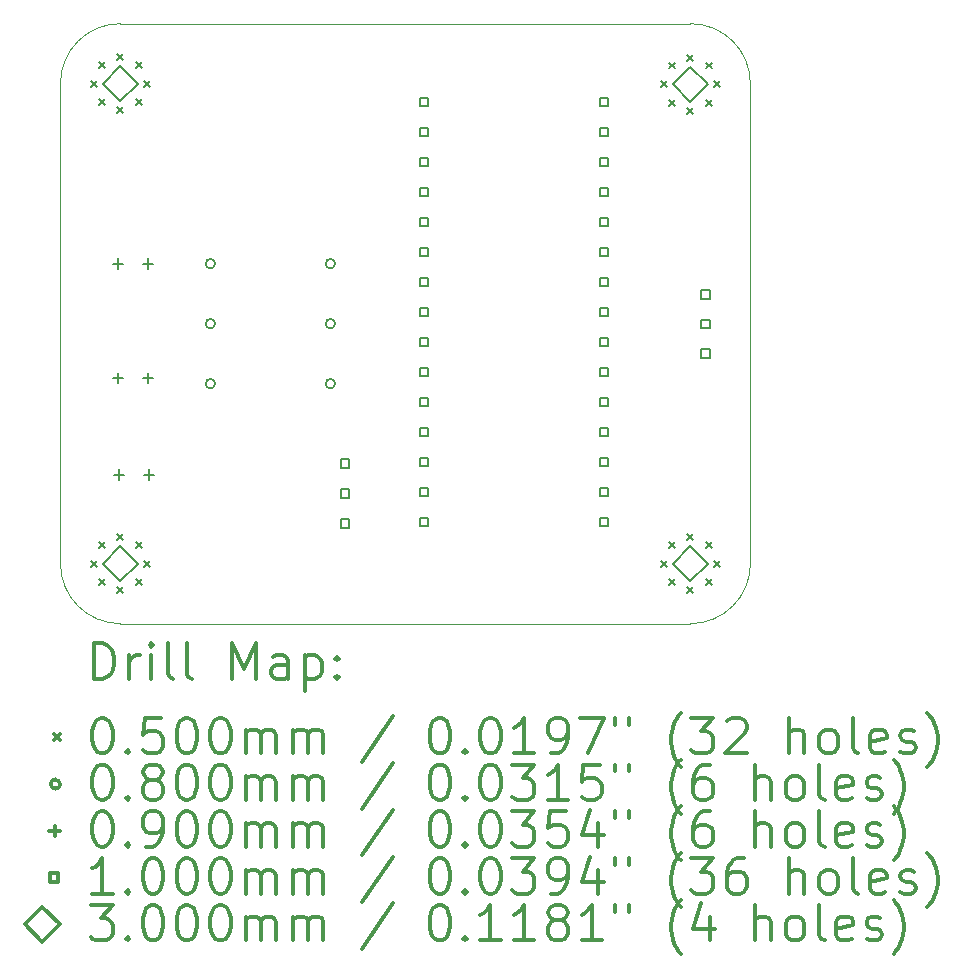
<source format=gbr>
%FSLAX45Y45*%
G04 Gerber Fmt 4.5, Leading zero omitted, Abs format (unit mm)*
G04 Created by KiCad (PCBNEW (5.1.10)-1) date 2021-10-01 13:30:18*
%MOMM*%
%LPD*%
G01*
G04 APERTURE LIST*
%TA.AperFunction,Profile*%
%ADD10C,0.050000*%
%TD*%
%ADD11C,0.200000*%
%ADD12C,0.300000*%
G04 APERTURE END LIST*
D10*
X16256000Y-12192000D02*
G75*
G02*
X15748000Y-12700000I-508000J0D01*
G01*
X10922000Y-12700000D02*
G75*
G02*
X10414000Y-12192000I0J508000D01*
G01*
X10414000Y-8128000D02*
G75*
G02*
X10922000Y-7620000I508000J0D01*
G01*
X10922000Y-7620000D02*
X15748000Y-7620000D01*
X10414000Y-12192000D02*
X10414000Y-8128000D01*
X15748000Y-12700000D02*
X10922000Y-12700000D01*
X16256000Y-8128000D02*
X16256000Y-12192000D01*
X15748000Y-7620000D02*
G75*
G02*
X16256000Y-8128000I0J-508000D01*
G01*
D11*
X10672000Y-8103000D02*
X10722000Y-8153000D01*
X10722000Y-8103000D02*
X10672000Y-8153000D01*
X10672000Y-12167000D02*
X10722000Y-12217000D01*
X10722000Y-12167000D02*
X10672000Y-12217000D01*
X10737901Y-7943901D02*
X10787901Y-7993901D01*
X10787901Y-7943901D02*
X10737901Y-7993901D01*
X10737901Y-8262099D02*
X10787901Y-8312099D01*
X10787901Y-8262099D02*
X10737901Y-8312099D01*
X10737901Y-12007901D02*
X10787901Y-12057901D01*
X10787901Y-12007901D02*
X10737901Y-12057901D01*
X10737901Y-12326099D02*
X10787901Y-12376099D01*
X10787901Y-12326099D02*
X10737901Y-12376099D01*
X10897000Y-7878000D02*
X10947000Y-7928000D01*
X10947000Y-7878000D02*
X10897000Y-7928000D01*
X10897000Y-8328000D02*
X10947000Y-8378000D01*
X10947000Y-8328000D02*
X10897000Y-8378000D01*
X10897000Y-11942000D02*
X10947000Y-11992000D01*
X10947000Y-11942000D02*
X10897000Y-11992000D01*
X10897000Y-12392000D02*
X10947000Y-12442000D01*
X10947000Y-12392000D02*
X10897000Y-12442000D01*
X11056099Y-7943901D02*
X11106099Y-7993901D01*
X11106099Y-7943901D02*
X11056099Y-7993901D01*
X11056099Y-8262099D02*
X11106099Y-8312099D01*
X11106099Y-8262099D02*
X11056099Y-8312099D01*
X11056099Y-12007901D02*
X11106099Y-12057901D01*
X11106099Y-12007901D02*
X11056099Y-12057901D01*
X11056099Y-12326099D02*
X11106099Y-12376099D01*
X11106099Y-12326099D02*
X11056099Y-12376099D01*
X11122000Y-8103000D02*
X11172000Y-8153000D01*
X11172000Y-8103000D02*
X11122000Y-8153000D01*
X11122000Y-12167000D02*
X11172000Y-12217000D01*
X11172000Y-12167000D02*
X11122000Y-12217000D01*
X15498000Y-8108700D02*
X15548000Y-8158700D01*
X15548000Y-8108700D02*
X15498000Y-8158700D01*
X15498000Y-12167000D02*
X15548000Y-12217000D01*
X15548000Y-12167000D02*
X15498000Y-12217000D01*
X15563901Y-7949601D02*
X15613901Y-7999601D01*
X15613901Y-7949601D02*
X15563901Y-7999601D01*
X15563901Y-8267799D02*
X15613901Y-8317799D01*
X15613901Y-8267799D02*
X15563901Y-8317799D01*
X15563901Y-12007901D02*
X15613901Y-12057901D01*
X15613901Y-12007901D02*
X15563901Y-12057901D01*
X15563901Y-12326099D02*
X15613901Y-12376099D01*
X15613901Y-12326099D02*
X15563901Y-12376099D01*
X15723000Y-7883700D02*
X15773000Y-7933700D01*
X15773000Y-7883700D02*
X15723000Y-7933700D01*
X15723000Y-8333700D02*
X15773000Y-8383700D01*
X15773000Y-8333700D02*
X15723000Y-8383700D01*
X15723000Y-11942000D02*
X15773000Y-11992000D01*
X15773000Y-11942000D02*
X15723000Y-11992000D01*
X15723000Y-12392000D02*
X15773000Y-12442000D01*
X15773000Y-12392000D02*
X15723000Y-12442000D01*
X15882099Y-7949601D02*
X15932099Y-7999601D01*
X15932099Y-7949601D02*
X15882099Y-7999601D01*
X15882099Y-8267799D02*
X15932099Y-8317799D01*
X15932099Y-8267799D02*
X15882099Y-8317799D01*
X15882099Y-12007901D02*
X15932099Y-12057901D01*
X15932099Y-12007901D02*
X15882099Y-12057901D01*
X15882099Y-12326099D02*
X15932099Y-12376099D01*
X15932099Y-12326099D02*
X15882099Y-12376099D01*
X15948000Y-8108700D02*
X15998000Y-8158700D01*
X15998000Y-8108700D02*
X15948000Y-8158700D01*
X15948000Y-12167000D02*
X15998000Y-12217000D01*
X15998000Y-12167000D02*
X15948000Y-12217000D01*
X11724000Y-9652000D02*
G75*
G03*
X11724000Y-9652000I-40000J0D01*
G01*
X11724000Y-10160000D02*
G75*
G03*
X11724000Y-10160000I-40000J0D01*
G01*
X11724000Y-10668000D02*
G75*
G03*
X11724000Y-10668000I-40000J0D01*
G01*
X12740000Y-9652000D02*
G75*
G03*
X12740000Y-9652000I-40000J0D01*
G01*
X12740000Y-10160000D02*
G75*
G03*
X12740000Y-10160000I-40000J0D01*
G01*
X12740000Y-10668000D02*
G75*
G03*
X12740000Y-10668000I-40000J0D01*
G01*
X10900000Y-9607000D02*
X10900000Y-9697000D01*
X10855000Y-9652000D02*
X10945000Y-9652000D01*
X10900000Y-10577000D02*
X10900000Y-10667000D01*
X10855000Y-10622000D02*
X10945000Y-10622000D01*
X10910000Y-11393000D02*
X10910000Y-11483000D01*
X10865000Y-11438000D02*
X10955000Y-11438000D01*
X11154000Y-9607000D02*
X11154000Y-9697000D01*
X11109000Y-9652000D02*
X11199000Y-9652000D01*
X11154000Y-10577000D02*
X11154000Y-10667000D01*
X11109000Y-10622000D02*
X11199000Y-10622000D01*
X11164000Y-11393000D02*
X11164000Y-11483000D01*
X11119000Y-11438000D02*
X11209000Y-11438000D01*
X12859816Y-11378996D02*
X12859816Y-11308284D01*
X12789104Y-11308284D01*
X12789104Y-11378996D01*
X12859816Y-11378996D01*
X12859816Y-11632996D02*
X12859816Y-11562284D01*
X12789104Y-11562284D01*
X12789104Y-11632996D01*
X12859816Y-11632996D01*
X12859816Y-11886996D02*
X12859816Y-11816284D01*
X12789104Y-11816284D01*
X12789104Y-11886996D01*
X12859816Y-11886996D01*
X13525856Y-8317856D02*
X13525856Y-8247144D01*
X13455144Y-8247144D01*
X13455144Y-8317856D01*
X13525856Y-8317856D01*
X13525856Y-8571856D02*
X13525856Y-8501144D01*
X13455144Y-8501144D01*
X13455144Y-8571856D01*
X13525856Y-8571856D01*
X13525856Y-8825856D02*
X13525856Y-8755144D01*
X13455144Y-8755144D01*
X13455144Y-8825856D01*
X13525856Y-8825856D01*
X13525856Y-9079856D02*
X13525856Y-9009144D01*
X13455144Y-9009144D01*
X13455144Y-9079856D01*
X13525856Y-9079856D01*
X13525856Y-9333856D02*
X13525856Y-9263144D01*
X13455144Y-9263144D01*
X13455144Y-9333856D01*
X13525856Y-9333856D01*
X13525856Y-9587856D02*
X13525856Y-9517144D01*
X13455144Y-9517144D01*
X13455144Y-9587856D01*
X13525856Y-9587856D01*
X13525856Y-9841856D02*
X13525856Y-9771144D01*
X13455144Y-9771144D01*
X13455144Y-9841856D01*
X13525856Y-9841856D01*
X13525856Y-10095856D02*
X13525856Y-10025144D01*
X13455144Y-10025144D01*
X13455144Y-10095856D01*
X13525856Y-10095856D01*
X13525856Y-10349856D02*
X13525856Y-10279144D01*
X13455144Y-10279144D01*
X13455144Y-10349856D01*
X13525856Y-10349856D01*
X13525856Y-10603856D02*
X13525856Y-10533144D01*
X13455144Y-10533144D01*
X13455144Y-10603856D01*
X13525856Y-10603856D01*
X13525856Y-10857856D02*
X13525856Y-10787144D01*
X13455144Y-10787144D01*
X13455144Y-10857856D01*
X13525856Y-10857856D01*
X13525856Y-11111856D02*
X13525856Y-11041144D01*
X13455144Y-11041144D01*
X13455144Y-11111856D01*
X13525856Y-11111856D01*
X13525856Y-11365856D02*
X13525856Y-11295144D01*
X13455144Y-11295144D01*
X13455144Y-11365856D01*
X13525856Y-11365856D01*
X13525856Y-11619856D02*
X13525856Y-11549144D01*
X13455144Y-11549144D01*
X13455144Y-11619856D01*
X13525856Y-11619856D01*
X13525856Y-11873856D02*
X13525856Y-11803144D01*
X13455144Y-11803144D01*
X13455144Y-11873856D01*
X13525856Y-11873856D01*
X15049856Y-8317856D02*
X15049856Y-8247144D01*
X14979144Y-8247144D01*
X14979144Y-8317856D01*
X15049856Y-8317856D01*
X15049856Y-8571856D02*
X15049856Y-8501144D01*
X14979144Y-8501144D01*
X14979144Y-8571856D01*
X15049856Y-8571856D01*
X15049856Y-8825856D02*
X15049856Y-8755144D01*
X14979144Y-8755144D01*
X14979144Y-8825856D01*
X15049856Y-8825856D01*
X15049856Y-9079856D02*
X15049856Y-9009144D01*
X14979144Y-9009144D01*
X14979144Y-9079856D01*
X15049856Y-9079856D01*
X15049856Y-9333856D02*
X15049856Y-9263144D01*
X14979144Y-9263144D01*
X14979144Y-9333856D01*
X15049856Y-9333856D01*
X15049856Y-9587856D02*
X15049856Y-9517144D01*
X14979144Y-9517144D01*
X14979144Y-9587856D01*
X15049856Y-9587856D01*
X15049856Y-9841856D02*
X15049856Y-9771144D01*
X14979144Y-9771144D01*
X14979144Y-9841856D01*
X15049856Y-9841856D01*
X15049856Y-10095856D02*
X15049856Y-10025144D01*
X14979144Y-10025144D01*
X14979144Y-10095856D01*
X15049856Y-10095856D01*
X15049856Y-10349856D02*
X15049856Y-10279144D01*
X14979144Y-10279144D01*
X14979144Y-10349856D01*
X15049856Y-10349856D01*
X15049856Y-10603856D02*
X15049856Y-10533144D01*
X14979144Y-10533144D01*
X14979144Y-10603856D01*
X15049856Y-10603856D01*
X15049856Y-10857856D02*
X15049856Y-10787144D01*
X14979144Y-10787144D01*
X14979144Y-10857856D01*
X15049856Y-10857856D01*
X15049856Y-11111856D02*
X15049856Y-11041144D01*
X14979144Y-11041144D01*
X14979144Y-11111856D01*
X15049856Y-11111856D01*
X15049856Y-11365856D02*
X15049856Y-11295144D01*
X14979144Y-11295144D01*
X14979144Y-11365856D01*
X15049856Y-11365856D01*
X15049856Y-11619856D02*
X15049856Y-11549144D01*
X14979144Y-11549144D01*
X14979144Y-11619856D01*
X15049856Y-11619856D01*
X15049856Y-11873856D02*
X15049856Y-11803144D01*
X14979144Y-11803144D01*
X14979144Y-11873856D01*
X15049856Y-11873856D01*
X15910356Y-9949356D02*
X15910356Y-9878644D01*
X15839644Y-9878644D01*
X15839644Y-9949356D01*
X15910356Y-9949356D01*
X15910356Y-10199356D02*
X15910356Y-10128644D01*
X15839644Y-10128644D01*
X15839644Y-10199356D01*
X15910356Y-10199356D01*
X15910356Y-10449356D02*
X15910356Y-10378644D01*
X15839644Y-10378644D01*
X15839644Y-10449356D01*
X15910356Y-10449356D01*
X10922000Y-8278000D02*
X11072000Y-8128000D01*
X10922000Y-7978000D01*
X10772000Y-8128000D01*
X10922000Y-8278000D01*
X10922000Y-12342000D02*
X11072000Y-12192000D01*
X10922000Y-12042000D01*
X10772000Y-12192000D01*
X10922000Y-12342000D01*
X15748000Y-8283700D02*
X15898000Y-8133700D01*
X15748000Y-7983700D01*
X15598000Y-8133700D01*
X15748000Y-8283700D01*
X15748000Y-12342000D02*
X15898000Y-12192000D01*
X15748000Y-12042000D01*
X15598000Y-12192000D01*
X15748000Y-12342000D01*
D12*
X10697928Y-13168214D02*
X10697928Y-12868214D01*
X10769357Y-12868214D01*
X10812214Y-12882500D01*
X10840786Y-12911071D01*
X10855071Y-12939643D01*
X10869357Y-12996786D01*
X10869357Y-13039643D01*
X10855071Y-13096786D01*
X10840786Y-13125357D01*
X10812214Y-13153929D01*
X10769357Y-13168214D01*
X10697928Y-13168214D01*
X10997928Y-13168214D02*
X10997928Y-12968214D01*
X10997928Y-13025357D02*
X11012214Y-12996786D01*
X11026500Y-12982500D01*
X11055071Y-12968214D01*
X11083643Y-12968214D01*
X11183643Y-13168214D02*
X11183643Y-12968214D01*
X11183643Y-12868214D02*
X11169357Y-12882500D01*
X11183643Y-12896786D01*
X11197928Y-12882500D01*
X11183643Y-12868214D01*
X11183643Y-12896786D01*
X11369357Y-13168214D02*
X11340786Y-13153929D01*
X11326500Y-13125357D01*
X11326500Y-12868214D01*
X11526500Y-13168214D02*
X11497928Y-13153929D01*
X11483643Y-13125357D01*
X11483643Y-12868214D01*
X11869357Y-13168214D02*
X11869357Y-12868214D01*
X11969357Y-13082500D01*
X12069357Y-12868214D01*
X12069357Y-13168214D01*
X12340786Y-13168214D02*
X12340786Y-13011071D01*
X12326500Y-12982500D01*
X12297928Y-12968214D01*
X12240786Y-12968214D01*
X12212214Y-12982500D01*
X12340786Y-13153929D02*
X12312214Y-13168214D01*
X12240786Y-13168214D01*
X12212214Y-13153929D01*
X12197928Y-13125357D01*
X12197928Y-13096786D01*
X12212214Y-13068214D01*
X12240786Y-13053929D01*
X12312214Y-13053929D01*
X12340786Y-13039643D01*
X12483643Y-12968214D02*
X12483643Y-13268214D01*
X12483643Y-12982500D02*
X12512214Y-12968214D01*
X12569357Y-12968214D01*
X12597928Y-12982500D01*
X12612214Y-12996786D01*
X12626500Y-13025357D01*
X12626500Y-13111071D01*
X12612214Y-13139643D01*
X12597928Y-13153929D01*
X12569357Y-13168214D01*
X12512214Y-13168214D01*
X12483643Y-13153929D01*
X12755071Y-13139643D02*
X12769357Y-13153929D01*
X12755071Y-13168214D01*
X12740786Y-13153929D01*
X12755071Y-13139643D01*
X12755071Y-13168214D01*
X12755071Y-12982500D02*
X12769357Y-12996786D01*
X12755071Y-13011071D01*
X12740786Y-12996786D01*
X12755071Y-12982500D01*
X12755071Y-13011071D01*
X10361500Y-13637500D02*
X10411500Y-13687500D01*
X10411500Y-13637500D02*
X10361500Y-13687500D01*
X10755071Y-13498214D02*
X10783643Y-13498214D01*
X10812214Y-13512500D01*
X10826500Y-13526786D01*
X10840786Y-13555357D01*
X10855071Y-13612500D01*
X10855071Y-13683929D01*
X10840786Y-13741071D01*
X10826500Y-13769643D01*
X10812214Y-13783929D01*
X10783643Y-13798214D01*
X10755071Y-13798214D01*
X10726500Y-13783929D01*
X10712214Y-13769643D01*
X10697928Y-13741071D01*
X10683643Y-13683929D01*
X10683643Y-13612500D01*
X10697928Y-13555357D01*
X10712214Y-13526786D01*
X10726500Y-13512500D01*
X10755071Y-13498214D01*
X10983643Y-13769643D02*
X10997928Y-13783929D01*
X10983643Y-13798214D01*
X10969357Y-13783929D01*
X10983643Y-13769643D01*
X10983643Y-13798214D01*
X11269357Y-13498214D02*
X11126500Y-13498214D01*
X11112214Y-13641071D01*
X11126500Y-13626786D01*
X11155071Y-13612500D01*
X11226500Y-13612500D01*
X11255071Y-13626786D01*
X11269357Y-13641071D01*
X11283643Y-13669643D01*
X11283643Y-13741071D01*
X11269357Y-13769643D01*
X11255071Y-13783929D01*
X11226500Y-13798214D01*
X11155071Y-13798214D01*
X11126500Y-13783929D01*
X11112214Y-13769643D01*
X11469357Y-13498214D02*
X11497928Y-13498214D01*
X11526500Y-13512500D01*
X11540786Y-13526786D01*
X11555071Y-13555357D01*
X11569357Y-13612500D01*
X11569357Y-13683929D01*
X11555071Y-13741071D01*
X11540786Y-13769643D01*
X11526500Y-13783929D01*
X11497928Y-13798214D01*
X11469357Y-13798214D01*
X11440786Y-13783929D01*
X11426500Y-13769643D01*
X11412214Y-13741071D01*
X11397928Y-13683929D01*
X11397928Y-13612500D01*
X11412214Y-13555357D01*
X11426500Y-13526786D01*
X11440786Y-13512500D01*
X11469357Y-13498214D01*
X11755071Y-13498214D02*
X11783643Y-13498214D01*
X11812214Y-13512500D01*
X11826500Y-13526786D01*
X11840786Y-13555357D01*
X11855071Y-13612500D01*
X11855071Y-13683929D01*
X11840786Y-13741071D01*
X11826500Y-13769643D01*
X11812214Y-13783929D01*
X11783643Y-13798214D01*
X11755071Y-13798214D01*
X11726500Y-13783929D01*
X11712214Y-13769643D01*
X11697928Y-13741071D01*
X11683643Y-13683929D01*
X11683643Y-13612500D01*
X11697928Y-13555357D01*
X11712214Y-13526786D01*
X11726500Y-13512500D01*
X11755071Y-13498214D01*
X11983643Y-13798214D02*
X11983643Y-13598214D01*
X11983643Y-13626786D02*
X11997928Y-13612500D01*
X12026500Y-13598214D01*
X12069357Y-13598214D01*
X12097928Y-13612500D01*
X12112214Y-13641071D01*
X12112214Y-13798214D01*
X12112214Y-13641071D02*
X12126500Y-13612500D01*
X12155071Y-13598214D01*
X12197928Y-13598214D01*
X12226500Y-13612500D01*
X12240786Y-13641071D01*
X12240786Y-13798214D01*
X12383643Y-13798214D02*
X12383643Y-13598214D01*
X12383643Y-13626786D02*
X12397928Y-13612500D01*
X12426500Y-13598214D01*
X12469357Y-13598214D01*
X12497928Y-13612500D01*
X12512214Y-13641071D01*
X12512214Y-13798214D01*
X12512214Y-13641071D02*
X12526500Y-13612500D01*
X12555071Y-13598214D01*
X12597928Y-13598214D01*
X12626500Y-13612500D01*
X12640786Y-13641071D01*
X12640786Y-13798214D01*
X13226500Y-13483929D02*
X12969357Y-13869643D01*
X13612214Y-13498214D02*
X13640786Y-13498214D01*
X13669357Y-13512500D01*
X13683643Y-13526786D01*
X13697928Y-13555357D01*
X13712214Y-13612500D01*
X13712214Y-13683929D01*
X13697928Y-13741071D01*
X13683643Y-13769643D01*
X13669357Y-13783929D01*
X13640786Y-13798214D01*
X13612214Y-13798214D01*
X13583643Y-13783929D01*
X13569357Y-13769643D01*
X13555071Y-13741071D01*
X13540786Y-13683929D01*
X13540786Y-13612500D01*
X13555071Y-13555357D01*
X13569357Y-13526786D01*
X13583643Y-13512500D01*
X13612214Y-13498214D01*
X13840786Y-13769643D02*
X13855071Y-13783929D01*
X13840786Y-13798214D01*
X13826500Y-13783929D01*
X13840786Y-13769643D01*
X13840786Y-13798214D01*
X14040786Y-13498214D02*
X14069357Y-13498214D01*
X14097928Y-13512500D01*
X14112214Y-13526786D01*
X14126500Y-13555357D01*
X14140786Y-13612500D01*
X14140786Y-13683929D01*
X14126500Y-13741071D01*
X14112214Y-13769643D01*
X14097928Y-13783929D01*
X14069357Y-13798214D01*
X14040786Y-13798214D01*
X14012214Y-13783929D01*
X13997928Y-13769643D01*
X13983643Y-13741071D01*
X13969357Y-13683929D01*
X13969357Y-13612500D01*
X13983643Y-13555357D01*
X13997928Y-13526786D01*
X14012214Y-13512500D01*
X14040786Y-13498214D01*
X14426500Y-13798214D02*
X14255071Y-13798214D01*
X14340786Y-13798214D02*
X14340786Y-13498214D01*
X14312214Y-13541071D01*
X14283643Y-13569643D01*
X14255071Y-13583929D01*
X14569357Y-13798214D02*
X14626500Y-13798214D01*
X14655071Y-13783929D01*
X14669357Y-13769643D01*
X14697928Y-13726786D01*
X14712214Y-13669643D01*
X14712214Y-13555357D01*
X14697928Y-13526786D01*
X14683643Y-13512500D01*
X14655071Y-13498214D01*
X14597928Y-13498214D01*
X14569357Y-13512500D01*
X14555071Y-13526786D01*
X14540786Y-13555357D01*
X14540786Y-13626786D01*
X14555071Y-13655357D01*
X14569357Y-13669643D01*
X14597928Y-13683929D01*
X14655071Y-13683929D01*
X14683643Y-13669643D01*
X14697928Y-13655357D01*
X14712214Y-13626786D01*
X14812214Y-13498214D02*
X15012214Y-13498214D01*
X14883643Y-13798214D01*
X15112214Y-13498214D02*
X15112214Y-13555357D01*
X15226500Y-13498214D02*
X15226500Y-13555357D01*
X15669357Y-13912500D02*
X15655071Y-13898214D01*
X15626500Y-13855357D01*
X15612214Y-13826786D01*
X15597928Y-13783929D01*
X15583643Y-13712500D01*
X15583643Y-13655357D01*
X15597928Y-13583929D01*
X15612214Y-13541071D01*
X15626500Y-13512500D01*
X15655071Y-13469643D01*
X15669357Y-13455357D01*
X15755071Y-13498214D02*
X15940786Y-13498214D01*
X15840786Y-13612500D01*
X15883643Y-13612500D01*
X15912214Y-13626786D01*
X15926500Y-13641071D01*
X15940786Y-13669643D01*
X15940786Y-13741071D01*
X15926500Y-13769643D01*
X15912214Y-13783929D01*
X15883643Y-13798214D01*
X15797928Y-13798214D01*
X15769357Y-13783929D01*
X15755071Y-13769643D01*
X16055071Y-13526786D02*
X16069357Y-13512500D01*
X16097928Y-13498214D01*
X16169357Y-13498214D01*
X16197928Y-13512500D01*
X16212214Y-13526786D01*
X16226500Y-13555357D01*
X16226500Y-13583929D01*
X16212214Y-13626786D01*
X16040786Y-13798214D01*
X16226500Y-13798214D01*
X16583643Y-13798214D02*
X16583643Y-13498214D01*
X16712214Y-13798214D02*
X16712214Y-13641071D01*
X16697928Y-13612500D01*
X16669357Y-13598214D01*
X16626500Y-13598214D01*
X16597928Y-13612500D01*
X16583643Y-13626786D01*
X16897928Y-13798214D02*
X16869357Y-13783929D01*
X16855071Y-13769643D01*
X16840786Y-13741071D01*
X16840786Y-13655357D01*
X16855071Y-13626786D01*
X16869357Y-13612500D01*
X16897928Y-13598214D01*
X16940786Y-13598214D01*
X16969357Y-13612500D01*
X16983643Y-13626786D01*
X16997928Y-13655357D01*
X16997928Y-13741071D01*
X16983643Y-13769643D01*
X16969357Y-13783929D01*
X16940786Y-13798214D01*
X16897928Y-13798214D01*
X17169357Y-13798214D02*
X17140786Y-13783929D01*
X17126500Y-13755357D01*
X17126500Y-13498214D01*
X17397928Y-13783929D02*
X17369357Y-13798214D01*
X17312214Y-13798214D01*
X17283643Y-13783929D01*
X17269357Y-13755357D01*
X17269357Y-13641071D01*
X17283643Y-13612500D01*
X17312214Y-13598214D01*
X17369357Y-13598214D01*
X17397928Y-13612500D01*
X17412214Y-13641071D01*
X17412214Y-13669643D01*
X17269357Y-13698214D01*
X17526500Y-13783929D02*
X17555071Y-13798214D01*
X17612214Y-13798214D01*
X17640786Y-13783929D01*
X17655071Y-13755357D01*
X17655071Y-13741071D01*
X17640786Y-13712500D01*
X17612214Y-13698214D01*
X17569357Y-13698214D01*
X17540786Y-13683929D01*
X17526500Y-13655357D01*
X17526500Y-13641071D01*
X17540786Y-13612500D01*
X17569357Y-13598214D01*
X17612214Y-13598214D01*
X17640786Y-13612500D01*
X17755071Y-13912500D02*
X17769357Y-13898214D01*
X17797928Y-13855357D01*
X17812214Y-13826786D01*
X17826500Y-13783929D01*
X17840786Y-13712500D01*
X17840786Y-13655357D01*
X17826500Y-13583929D01*
X17812214Y-13541071D01*
X17797928Y-13512500D01*
X17769357Y-13469643D01*
X17755071Y-13455357D01*
X10411500Y-14058500D02*
G75*
G03*
X10411500Y-14058500I-40000J0D01*
G01*
X10755071Y-13894214D02*
X10783643Y-13894214D01*
X10812214Y-13908500D01*
X10826500Y-13922786D01*
X10840786Y-13951357D01*
X10855071Y-14008500D01*
X10855071Y-14079929D01*
X10840786Y-14137071D01*
X10826500Y-14165643D01*
X10812214Y-14179929D01*
X10783643Y-14194214D01*
X10755071Y-14194214D01*
X10726500Y-14179929D01*
X10712214Y-14165643D01*
X10697928Y-14137071D01*
X10683643Y-14079929D01*
X10683643Y-14008500D01*
X10697928Y-13951357D01*
X10712214Y-13922786D01*
X10726500Y-13908500D01*
X10755071Y-13894214D01*
X10983643Y-14165643D02*
X10997928Y-14179929D01*
X10983643Y-14194214D01*
X10969357Y-14179929D01*
X10983643Y-14165643D01*
X10983643Y-14194214D01*
X11169357Y-14022786D02*
X11140786Y-14008500D01*
X11126500Y-13994214D01*
X11112214Y-13965643D01*
X11112214Y-13951357D01*
X11126500Y-13922786D01*
X11140786Y-13908500D01*
X11169357Y-13894214D01*
X11226500Y-13894214D01*
X11255071Y-13908500D01*
X11269357Y-13922786D01*
X11283643Y-13951357D01*
X11283643Y-13965643D01*
X11269357Y-13994214D01*
X11255071Y-14008500D01*
X11226500Y-14022786D01*
X11169357Y-14022786D01*
X11140786Y-14037071D01*
X11126500Y-14051357D01*
X11112214Y-14079929D01*
X11112214Y-14137071D01*
X11126500Y-14165643D01*
X11140786Y-14179929D01*
X11169357Y-14194214D01*
X11226500Y-14194214D01*
X11255071Y-14179929D01*
X11269357Y-14165643D01*
X11283643Y-14137071D01*
X11283643Y-14079929D01*
X11269357Y-14051357D01*
X11255071Y-14037071D01*
X11226500Y-14022786D01*
X11469357Y-13894214D02*
X11497928Y-13894214D01*
X11526500Y-13908500D01*
X11540786Y-13922786D01*
X11555071Y-13951357D01*
X11569357Y-14008500D01*
X11569357Y-14079929D01*
X11555071Y-14137071D01*
X11540786Y-14165643D01*
X11526500Y-14179929D01*
X11497928Y-14194214D01*
X11469357Y-14194214D01*
X11440786Y-14179929D01*
X11426500Y-14165643D01*
X11412214Y-14137071D01*
X11397928Y-14079929D01*
X11397928Y-14008500D01*
X11412214Y-13951357D01*
X11426500Y-13922786D01*
X11440786Y-13908500D01*
X11469357Y-13894214D01*
X11755071Y-13894214D02*
X11783643Y-13894214D01*
X11812214Y-13908500D01*
X11826500Y-13922786D01*
X11840786Y-13951357D01*
X11855071Y-14008500D01*
X11855071Y-14079929D01*
X11840786Y-14137071D01*
X11826500Y-14165643D01*
X11812214Y-14179929D01*
X11783643Y-14194214D01*
X11755071Y-14194214D01*
X11726500Y-14179929D01*
X11712214Y-14165643D01*
X11697928Y-14137071D01*
X11683643Y-14079929D01*
X11683643Y-14008500D01*
X11697928Y-13951357D01*
X11712214Y-13922786D01*
X11726500Y-13908500D01*
X11755071Y-13894214D01*
X11983643Y-14194214D02*
X11983643Y-13994214D01*
X11983643Y-14022786D02*
X11997928Y-14008500D01*
X12026500Y-13994214D01*
X12069357Y-13994214D01*
X12097928Y-14008500D01*
X12112214Y-14037071D01*
X12112214Y-14194214D01*
X12112214Y-14037071D02*
X12126500Y-14008500D01*
X12155071Y-13994214D01*
X12197928Y-13994214D01*
X12226500Y-14008500D01*
X12240786Y-14037071D01*
X12240786Y-14194214D01*
X12383643Y-14194214D02*
X12383643Y-13994214D01*
X12383643Y-14022786D02*
X12397928Y-14008500D01*
X12426500Y-13994214D01*
X12469357Y-13994214D01*
X12497928Y-14008500D01*
X12512214Y-14037071D01*
X12512214Y-14194214D01*
X12512214Y-14037071D02*
X12526500Y-14008500D01*
X12555071Y-13994214D01*
X12597928Y-13994214D01*
X12626500Y-14008500D01*
X12640786Y-14037071D01*
X12640786Y-14194214D01*
X13226500Y-13879929D02*
X12969357Y-14265643D01*
X13612214Y-13894214D02*
X13640786Y-13894214D01*
X13669357Y-13908500D01*
X13683643Y-13922786D01*
X13697928Y-13951357D01*
X13712214Y-14008500D01*
X13712214Y-14079929D01*
X13697928Y-14137071D01*
X13683643Y-14165643D01*
X13669357Y-14179929D01*
X13640786Y-14194214D01*
X13612214Y-14194214D01*
X13583643Y-14179929D01*
X13569357Y-14165643D01*
X13555071Y-14137071D01*
X13540786Y-14079929D01*
X13540786Y-14008500D01*
X13555071Y-13951357D01*
X13569357Y-13922786D01*
X13583643Y-13908500D01*
X13612214Y-13894214D01*
X13840786Y-14165643D02*
X13855071Y-14179929D01*
X13840786Y-14194214D01*
X13826500Y-14179929D01*
X13840786Y-14165643D01*
X13840786Y-14194214D01*
X14040786Y-13894214D02*
X14069357Y-13894214D01*
X14097928Y-13908500D01*
X14112214Y-13922786D01*
X14126500Y-13951357D01*
X14140786Y-14008500D01*
X14140786Y-14079929D01*
X14126500Y-14137071D01*
X14112214Y-14165643D01*
X14097928Y-14179929D01*
X14069357Y-14194214D01*
X14040786Y-14194214D01*
X14012214Y-14179929D01*
X13997928Y-14165643D01*
X13983643Y-14137071D01*
X13969357Y-14079929D01*
X13969357Y-14008500D01*
X13983643Y-13951357D01*
X13997928Y-13922786D01*
X14012214Y-13908500D01*
X14040786Y-13894214D01*
X14240786Y-13894214D02*
X14426500Y-13894214D01*
X14326500Y-14008500D01*
X14369357Y-14008500D01*
X14397928Y-14022786D01*
X14412214Y-14037071D01*
X14426500Y-14065643D01*
X14426500Y-14137071D01*
X14412214Y-14165643D01*
X14397928Y-14179929D01*
X14369357Y-14194214D01*
X14283643Y-14194214D01*
X14255071Y-14179929D01*
X14240786Y-14165643D01*
X14712214Y-14194214D02*
X14540786Y-14194214D01*
X14626500Y-14194214D02*
X14626500Y-13894214D01*
X14597928Y-13937071D01*
X14569357Y-13965643D01*
X14540786Y-13979929D01*
X14983643Y-13894214D02*
X14840786Y-13894214D01*
X14826500Y-14037071D01*
X14840786Y-14022786D01*
X14869357Y-14008500D01*
X14940786Y-14008500D01*
X14969357Y-14022786D01*
X14983643Y-14037071D01*
X14997928Y-14065643D01*
X14997928Y-14137071D01*
X14983643Y-14165643D01*
X14969357Y-14179929D01*
X14940786Y-14194214D01*
X14869357Y-14194214D01*
X14840786Y-14179929D01*
X14826500Y-14165643D01*
X15112214Y-13894214D02*
X15112214Y-13951357D01*
X15226500Y-13894214D02*
X15226500Y-13951357D01*
X15669357Y-14308500D02*
X15655071Y-14294214D01*
X15626500Y-14251357D01*
X15612214Y-14222786D01*
X15597928Y-14179929D01*
X15583643Y-14108500D01*
X15583643Y-14051357D01*
X15597928Y-13979929D01*
X15612214Y-13937071D01*
X15626500Y-13908500D01*
X15655071Y-13865643D01*
X15669357Y-13851357D01*
X15912214Y-13894214D02*
X15855071Y-13894214D01*
X15826500Y-13908500D01*
X15812214Y-13922786D01*
X15783643Y-13965643D01*
X15769357Y-14022786D01*
X15769357Y-14137071D01*
X15783643Y-14165643D01*
X15797928Y-14179929D01*
X15826500Y-14194214D01*
X15883643Y-14194214D01*
X15912214Y-14179929D01*
X15926500Y-14165643D01*
X15940786Y-14137071D01*
X15940786Y-14065643D01*
X15926500Y-14037071D01*
X15912214Y-14022786D01*
X15883643Y-14008500D01*
X15826500Y-14008500D01*
X15797928Y-14022786D01*
X15783643Y-14037071D01*
X15769357Y-14065643D01*
X16297928Y-14194214D02*
X16297928Y-13894214D01*
X16426500Y-14194214D02*
X16426500Y-14037071D01*
X16412214Y-14008500D01*
X16383643Y-13994214D01*
X16340786Y-13994214D01*
X16312214Y-14008500D01*
X16297928Y-14022786D01*
X16612214Y-14194214D02*
X16583643Y-14179929D01*
X16569357Y-14165643D01*
X16555071Y-14137071D01*
X16555071Y-14051357D01*
X16569357Y-14022786D01*
X16583643Y-14008500D01*
X16612214Y-13994214D01*
X16655071Y-13994214D01*
X16683643Y-14008500D01*
X16697928Y-14022786D01*
X16712214Y-14051357D01*
X16712214Y-14137071D01*
X16697928Y-14165643D01*
X16683643Y-14179929D01*
X16655071Y-14194214D01*
X16612214Y-14194214D01*
X16883643Y-14194214D02*
X16855071Y-14179929D01*
X16840786Y-14151357D01*
X16840786Y-13894214D01*
X17112214Y-14179929D02*
X17083643Y-14194214D01*
X17026500Y-14194214D01*
X16997928Y-14179929D01*
X16983643Y-14151357D01*
X16983643Y-14037071D01*
X16997928Y-14008500D01*
X17026500Y-13994214D01*
X17083643Y-13994214D01*
X17112214Y-14008500D01*
X17126500Y-14037071D01*
X17126500Y-14065643D01*
X16983643Y-14094214D01*
X17240786Y-14179929D02*
X17269357Y-14194214D01*
X17326500Y-14194214D01*
X17355071Y-14179929D01*
X17369357Y-14151357D01*
X17369357Y-14137071D01*
X17355071Y-14108500D01*
X17326500Y-14094214D01*
X17283643Y-14094214D01*
X17255071Y-14079929D01*
X17240786Y-14051357D01*
X17240786Y-14037071D01*
X17255071Y-14008500D01*
X17283643Y-13994214D01*
X17326500Y-13994214D01*
X17355071Y-14008500D01*
X17469357Y-14308500D02*
X17483643Y-14294214D01*
X17512214Y-14251357D01*
X17526500Y-14222786D01*
X17540786Y-14179929D01*
X17555071Y-14108500D01*
X17555071Y-14051357D01*
X17540786Y-13979929D01*
X17526500Y-13937071D01*
X17512214Y-13908500D01*
X17483643Y-13865643D01*
X17469357Y-13851357D01*
X10366500Y-14409500D02*
X10366500Y-14499500D01*
X10321500Y-14454500D02*
X10411500Y-14454500D01*
X10755071Y-14290214D02*
X10783643Y-14290214D01*
X10812214Y-14304500D01*
X10826500Y-14318786D01*
X10840786Y-14347357D01*
X10855071Y-14404500D01*
X10855071Y-14475929D01*
X10840786Y-14533071D01*
X10826500Y-14561643D01*
X10812214Y-14575929D01*
X10783643Y-14590214D01*
X10755071Y-14590214D01*
X10726500Y-14575929D01*
X10712214Y-14561643D01*
X10697928Y-14533071D01*
X10683643Y-14475929D01*
X10683643Y-14404500D01*
X10697928Y-14347357D01*
X10712214Y-14318786D01*
X10726500Y-14304500D01*
X10755071Y-14290214D01*
X10983643Y-14561643D02*
X10997928Y-14575929D01*
X10983643Y-14590214D01*
X10969357Y-14575929D01*
X10983643Y-14561643D01*
X10983643Y-14590214D01*
X11140786Y-14590214D02*
X11197928Y-14590214D01*
X11226500Y-14575929D01*
X11240786Y-14561643D01*
X11269357Y-14518786D01*
X11283643Y-14461643D01*
X11283643Y-14347357D01*
X11269357Y-14318786D01*
X11255071Y-14304500D01*
X11226500Y-14290214D01*
X11169357Y-14290214D01*
X11140786Y-14304500D01*
X11126500Y-14318786D01*
X11112214Y-14347357D01*
X11112214Y-14418786D01*
X11126500Y-14447357D01*
X11140786Y-14461643D01*
X11169357Y-14475929D01*
X11226500Y-14475929D01*
X11255071Y-14461643D01*
X11269357Y-14447357D01*
X11283643Y-14418786D01*
X11469357Y-14290214D02*
X11497928Y-14290214D01*
X11526500Y-14304500D01*
X11540786Y-14318786D01*
X11555071Y-14347357D01*
X11569357Y-14404500D01*
X11569357Y-14475929D01*
X11555071Y-14533071D01*
X11540786Y-14561643D01*
X11526500Y-14575929D01*
X11497928Y-14590214D01*
X11469357Y-14590214D01*
X11440786Y-14575929D01*
X11426500Y-14561643D01*
X11412214Y-14533071D01*
X11397928Y-14475929D01*
X11397928Y-14404500D01*
X11412214Y-14347357D01*
X11426500Y-14318786D01*
X11440786Y-14304500D01*
X11469357Y-14290214D01*
X11755071Y-14290214D02*
X11783643Y-14290214D01*
X11812214Y-14304500D01*
X11826500Y-14318786D01*
X11840786Y-14347357D01*
X11855071Y-14404500D01*
X11855071Y-14475929D01*
X11840786Y-14533071D01*
X11826500Y-14561643D01*
X11812214Y-14575929D01*
X11783643Y-14590214D01*
X11755071Y-14590214D01*
X11726500Y-14575929D01*
X11712214Y-14561643D01*
X11697928Y-14533071D01*
X11683643Y-14475929D01*
X11683643Y-14404500D01*
X11697928Y-14347357D01*
X11712214Y-14318786D01*
X11726500Y-14304500D01*
X11755071Y-14290214D01*
X11983643Y-14590214D02*
X11983643Y-14390214D01*
X11983643Y-14418786D02*
X11997928Y-14404500D01*
X12026500Y-14390214D01*
X12069357Y-14390214D01*
X12097928Y-14404500D01*
X12112214Y-14433071D01*
X12112214Y-14590214D01*
X12112214Y-14433071D02*
X12126500Y-14404500D01*
X12155071Y-14390214D01*
X12197928Y-14390214D01*
X12226500Y-14404500D01*
X12240786Y-14433071D01*
X12240786Y-14590214D01*
X12383643Y-14590214D02*
X12383643Y-14390214D01*
X12383643Y-14418786D02*
X12397928Y-14404500D01*
X12426500Y-14390214D01*
X12469357Y-14390214D01*
X12497928Y-14404500D01*
X12512214Y-14433071D01*
X12512214Y-14590214D01*
X12512214Y-14433071D02*
X12526500Y-14404500D01*
X12555071Y-14390214D01*
X12597928Y-14390214D01*
X12626500Y-14404500D01*
X12640786Y-14433071D01*
X12640786Y-14590214D01*
X13226500Y-14275929D02*
X12969357Y-14661643D01*
X13612214Y-14290214D02*
X13640786Y-14290214D01*
X13669357Y-14304500D01*
X13683643Y-14318786D01*
X13697928Y-14347357D01*
X13712214Y-14404500D01*
X13712214Y-14475929D01*
X13697928Y-14533071D01*
X13683643Y-14561643D01*
X13669357Y-14575929D01*
X13640786Y-14590214D01*
X13612214Y-14590214D01*
X13583643Y-14575929D01*
X13569357Y-14561643D01*
X13555071Y-14533071D01*
X13540786Y-14475929D01*
X13540786Y-14404500D01*
X13555071Y-14347357D01*
X13569357Y-14318786D01*
X13583643Y-14304500D01*
X13612214Y-14290214D01*
X13840786Y-14561643D02*
X13855071Y-14575929D01*
X13840786Y-14590214D01*
X13826500Y-14575929D01*
X13840786Y-14561643D01*
X13840786Y-14590214D01*
X14040786Y-14290214D02*
X14069357Y-14290214D01*
X14097928Y-14304500D01*
X14112214Y-14318786D01*
X14126500Y-14347357D01*
X14140786Y-14404500D01*
X14140786Y-14475929D01*
X14126500Y-14533071D01*
X14112214Y-14561643D01*
X14097928Y-14575929D01*
X14069357Y-14590214D01*
X14040786Y-14590214D01*
X14012214Y-14575929D01*
X13997928Y-14561643D01*
X13983643Y-14533071D01*
X13969357Y-14475929D01*
X13969357Y-14404500D01*
X13983643Y-14347357D01*
X13997928Y-14318786D01*
X14012214Y-14304500D01*
X14040786Y-14290214D01*
X14240786Y-14290214D02*
X14426500Y-14290214D01*
X14326500Y-14404500D01*
X14369357Y-14404500D01*
X14397928Y-14418786D01*
X14412214Y-14433071D01*
X14426500Y-14461643D01*
X14426500Y-14533071D01*
X14412214Y-14561643D01*
X14397928Y-14575929D01*
X14369357Y-14590214D01*
X14283643Y-14590214D01*
X14255071Y-14575929D01*
X14240786Y-14561643D01*
X14697928Y-14290214D02*
X14555071Y-14290214D01*
X14540786Y-14433071D01*
X14555071Y-14418786D01*
X14583643Y-14404500D01*
X14655071Y-14404500D01*
X14683643Y-14418786D01*
X14697928Y-14433071D01*
X14712214Y-14461643D01*
X14712214Y-14533071D01*
X14697928Y-14561643D01*
X14683643Y-14575929D01*
X14655071Y-14590214D01*
X14583643Y-14590214D01*
X14555071Y-14575929D01*
X14540786Y-14561643D01*
X14969357Y-14390214D02*
X14969357Y-14590214D01*
X14897928Y-14275929D02*
X14826500Y-14490214D01*
X15012214Y-14490214D01*
X15112214Y-14290214D02*
X15112214Y-14347357D01*
X15226500Y-14290214D02*
X15226500Y-14347357D01*
X15669357Y-14704500D02*
X15655071Y-14690214D01*
X15626500Y-14647357D01*
X15612214Y-14618786D01*
X15597928Y-14575929D01*
X15583643Y-14504500D01*
X15583643Y-14447357D01*
X15597928Y-14375929D01*
X15612214Y-14333071D01*
X15626500Y-14304500D01*
X15655071Y-14261643D01*
X15669357Y-14247357D01*
X15912214Y-14290214D02*
X15855071Y-14290214D01*
X15826500Y-14304500D01*
X15812214Y-14318786D01*
X15783643Y-14361643D01*
X15769357Y-14418786D01*
X15769357Y-14533071D01*
X15783643Y-14561643D01*
X15797928Y-14575929D01*
X15826500Y-14590214D01*
X15883643Y-14590214D01*
X15912214Y-14575929D01*
X15926500Y-14561643D01*
X15940786Y-14533071D01*
X15940786Y-14461643D01*
X15926500Y-14433071D01*
X15912214Y-14418786D01*
X15883643Y-14404500D01*
X15826500Y-14404500D01*
X15797928Y-14418786D01*
X15783643Y-14433071D01*
X15769357Y-14461643D01*
X16297928Y-14590214D02*
X16297928Y-14290214D01*
X16426500Y-14590214D02*
X16426500Y-14433071D01*
X16412214Y-14404500D01*
X16383643Y-14390214D01*
X16340786Y-14390214D01*
X16312214Y-14404500D01*
X16297928Y-14418786D01*
X16612214Y-14590214D02*
X16583643Y-14575929D01*
X16569357Y-14561643D01*
X16555071Y-14533071D01*
X16555071Y-14447357D01*
X16569357Y-14418786D01*
X16583643Y-14404500D01*
X16612214Y-14390214D01*
X16655071Y-14390214D01*
X16683643Y-14404500D01*
X16697928Y-14418786D01*
X16712214Y-14447357D01*
X16712214Y-14533071D01*
X16697928Y-14561643D01*
X16683643Y-14575929D01*
X16655071Y-14590214D01*
X16612214Y-14590214D01*
X16883643Y-14590214D02*
X16855071Y-14575929D01*
X16840786Y-14547357D01*
X16840786Y-14290214D01*
X17112214Y-14575929D02*
X17083643Y-14590214D01*
X17026500Y-14590214D01*
X16997928Y-14575929D01*
X16983643Y-14547357D01*
X16983643Y-14433071D01*
X16997928Y-14404500D01*
X17026500Y-14390214D01*
X17083643Y-14390214D01*
X17112214Y-14404500D01*
X17126500Y-14433071D01*
X17126500Y-14461643D01*
X16983643Y-14490214D01*
X17240786Y-14575929D02*
X17269357Y-14590214D01*
X17326500Y-14590214D01*
X17355071Y-14575929D01*
X17369357Y-14547357D01*
X17369357Y-14533071D01*
X17355071Y-14504500D01*
X17326500Y-14490214D01*
X17283643Y-14490214D01*
X17255071Y-14475929D01*
X17240786Y-14447357D01*
X17240786Y-14433071D01*
X17255071Y-14404500D01*
X17283643Y-14390214D01*
X17326500Y-14390214D01*
X17355071Y-14404500D01*
X17469357Y-14704500D02*
X17483643Y-14690214D01*
X17512214Y-14647357D01*
X17526500Y-14618786D01*
X17540786Y-14575929D01*
X17555071Y-14504500D01*
X17555071Y-14447357D01*
X17540786Y-14375929D01*
X17526500Y-14333071D01*
X17512214Y-14304500D01*
X17483643Y-14261643D01*
X17469357Y-14247357D01*
X10396856Y-14885856D02*
X10396856Y-14815144D01*
X10326144Y-14815144D01*
X10326144Y-14885856D01*
X10396856Y-14885856D01*
X10855071Y-14986214D02*
X10683643Y-14986214D01*
X10769357Y-14986214D02*
X10769357Y-14686214D01*
X10740786Y-14729071D01*
X10712214Y-14757643D01*
X10683643Y-14771929D01*
X10983643Y-14957643D02*
X10997928Y-14971929D01*
X10983643Y-14986214D01*
X10969357Y-14971929D01*
X10983643Y-14957643D01*
X10983643Y-14986214D01*
X11183643Y-14686214D02*
X11212214Y-14686214D01*
X11240786Y-14700500D01*
X11255071Y-14714786D01*
X11269357Y-14743357D01*
X11283643Y-14800500D01*
X11283643Y-14871929D01*
X11269357Y-14929071D01*
X11255071Y-14957643D01*
X11240786Y-14971929D01*
X11212214Y-14986214D01*
X11183643Y-14986214D01*
X11155071Y-14971929D01*
X11140786Y-14957643D01*
X11126500Y-14929071D01*
X11112214Y-14871929D01*
X11112214Y-14800500D01*
X11126500Y-14743357D01*
X11140786Y-14714786D01*
X11155071Y-14700500D01*
X11183643Y-14686214D01*
X11469357Y-14686214D02*
X11497928Y-14686214D01*
X11526500Y-14700500D01*
X11540786Y-14714786D01*
X11555071Y-14743357D01*
X11569357Y-14800500D01*
X11569357Y-14871929D01*
X11555071Y-14929071D01*
X11540786Y-14957643D01*
X11526500Y-14971929D01*
X11497928Y-14986214D01*
X11469357Y-14986214D01*
X11440786Y-14971929D01*
X11426500Y-14957643D01*
X11412214Y-14929071D01*
X11397928Y-14871929D01*
X11397928Y-14800500D01*
X11412214Y-14743357D01*
X11426500Y-14714786D01*
X11440786Y-14700500D01*
X11469357Y-14686214D01*
X11755071Y-14686214D02*
X11783643Y-14686214D01*
X11812214Y-14700500D01*
X11826500Y-14714786D01*
X11840786Y-14743357D01*
X11855071Y-14800500D01*
X11855071Y-14871929D01*
X11840786Y-14929071D01*
X11826500Y-14957643D01*
X11812214Y-14971929D01*
X11783643Y-14986214D01*
X11755071Y-14986214D01*
X11726500Y-14971929D01*
X11712214Y-14957643D01*
X11697928Y-14929071D01*
X11683643Y-14871929D01*
X11683643Y-14800500D01*
X11697928Y-14743357D01*
X11712214Y-14714786D01*
X11726500Y-14700500D01*
X11755071Y-14686214D01*
X11983643Y-14986214D02*
X11983643Y-14786214D01*
X11983643Y-14814786D02*
X11997928Y-14800500D01*
X12026500Y-14786214D01*
X12069357Y-14786214D01*
X12097928Y-14800500D01*
X12112214Y-14829071D01*
X12112214Y-14986214D01*
X12112214Y-14829071D02*
X12126500Y-14800500D01*
X12155071Y-14786214D01*
X12197928Y-14786214D01*
X12226500Y-14800500D01*
X12240786Y-14829071D01*
X12240786Y-14986214D01*
X12383643Y-14986214D02*
X12383643Y-14786214D01*
X12383643Y-14814786D02*
X12397928Y-14800500D01*
X12426500Y-14786214D01*
X12469357Y-14786214D01*
X12497928Y-14800500D01*
X12512214Y-14829071D01*
X12512214Y-14986214D01*
X12512214Y-14829071D02*
X12526500Y-14800500D01*
X12555071Y-14786214D01*
X12597928Y-14786214D01*
X12626500Y-14800500D01*
X12640786Y-14829071D01*
X12640786Y-14986214D01*
X13226500Y-14671929D02*
X12969357Y-15057643D01*
X13612214Y-14686214D02*
X13640786Y-14686214D01*
X13669357Y-14700500D01*
X13683643Y-14714786D01*
X13697928Y-14743357D01*
X13712214Y-14800500D01*
X13712214Y-14871929D01*
X13697928Y-14929071D01*
X13683643Y-14957643D01*
X13669357Y-14971929D01*
X13640786Y-14986214D01*
X13612214Y-14986214D01*
X13583643Y-14971929D01*
X13569357Y-14957643D01*
X13555071Y-14929071D01*
X13540786Y-14871929D01*
X13540786Y-14800500D01*
X13555071Y-14743357D01*
X13569357Y-14714786D01*
X13583643Y-14700500D01*
X13612214Y-14686214D01*
X13840786Y-14957643D02*
X13855071Y-14971929D01*
X13840786Y-14986214D01*
X13826500Y-14971929D01*
X13840786Y-14957643D01*
X13840786Y-14986214D01*
X14040786Y-14686214D02*
X14069357Y-14686214D01*
X14097928Y-14700500D01*
X14112214Y-14714786D01*
X14126500Y-14743357D01*
X14140786Y-14800500D01*
X14140786Y-14871929D01*
X14126500Y-14929071D01*
X14112214Y-14957643D01*
X14097928Y-14971929D01*
X14069357Y-14986214D01*
X14040786Y-14986214D01*
X14012214Y-14971929D01*
X13997928Y-14957643D01*
X13983643Y-14929071D01*
X13969357Y-14871929D01*
X13969357Y-14800500D01*
X13983643Y-14743357D01*
X13997928Y-14714786D01*
X14012214Y-14700500D01*
X14040786Y-14686214D01*
X14240786Y-14686214D02*
X14426500Y-14686214D01*
X14326500Y-14800500D01*
X14369357Y-14800500D01*
X14397928Y-14814786D01*
X14412214Y-14829071D01*
X14426500Y-14857643D01*
X14426500Y-14929071D01*
X14412214Y-14957643D01*
X14397928Y-14971929D01*
X14369357Y-14986214D01*
X14283643Y-14986214D01*
X14255071Y-14971929D01*
X14240786Y-14957643D01*
X14569357Y-14986214D02*
X14626500Y-14986214D01*
X14655071Y-14971929D01*
X14669357Y-14957643D01*
X14697928Y-14914786D01*
X14712214Y-14857643D01*
X14712214Y-14743357D01*
X14697928Y-14714786D01*
X14683643Y-14700500D01*
X14655071Y-14686214D01*
X14597928Y-14686214D01*
X14569357Y-14700500D01*
X14555071Y-14714786D01*
X14540786Y-14743357D01*
X14540786Y-14814786D01*
X14555071Y-14843357D01*
X14569357Y-14857643D01*
X14597928Y-14871929D01*
X14655071Y-14871929D01*
X14683643Y-14857643D01*
X14697928Y-14843357D01*
X14712214Y-14814786D01*
X14969357Y-14786214D02*
X14969357Y-14986214D01*
X14897928Y-14671929D02*
X14826500Y-14886214D01*
X15012214Y-14886214D01*
X15112214Y-14686214D02*
X15112214Y-14743357D01*
X15226500Y-14686214D02*
X15226500Y-14743357D01*
X15669357Y-15100500D02*
X15655071Y-15086214D01*
X15626500Y-15043357D01*
X15612214Y-15014786D01*
X15597928Y-14971929D01*
X15583643Y-14900500D01*
X15583643Y-14843357D01*
X15597928Y-14771929D01*
X15612214Y-14729071D01*
X15626500Y-14700500D01*
X15655071Y-14657643D01*
X15669357Y-14643357D01*
X15755071Y-14686214D02*
X15940786Y-14686214D01*
X15840786Y-14800500D01*
X15883643Y-14800500D01*
X15912214Y-14814786D01*
X15926500Y-14829071D01*
X15940786Y-14857643D01*
X15940786Y-14929071D01*
X15926500Y-14957643D01*
X15912214Y-14971929D01*
X15883643Y-14986214D01*
X15797928Y-14986214D01*
X15769357Y-14971929D01*
X15755071Y-14957643D01*
X16197928Y-14686214D02*
X16140786Y-14686214D01*
X16112214Y-14700500D01*
X16097928Y-14714786D01*
X16069357Y-14757643D01*
X16055071Y-14814786D01*
X16055071Y-14929071D01*
X16069357Y-14957643D01*
X16083643Y-14971929D01*
X16112214Y-14986214D01*
X16169357Y-14986214D01*
X16197928Y-14971929D01*
X16212214Y-14957643D01*
X16226500Y-14929071D01*
X16226500Y-14857643D01*
X16212214Y-14829071D01*
X16197928Y-14814786D01*
X16169357Y-14800500D01*
X16112214Y-14800500D01*
X16083643Y-14814786D01*
X16069357Y-14829071D01*
X16055071Y-14857643D01*
X16583643Y-14986214D02*
X16583643Y-14686214D01*
X16712214Y-14986214D02*
X16712214Y-14829071D01*
X16697928Y-14800500D01*
X16669357Y-14786214D01*
X16626500Y-14786214D01*
X16597928Y-14800500D01*
X16583643Y-14814786D01*
X16897928Y-14986214D02*
X16869357Y-14971929D01*
X16855071Y-14957643D01*
X16840786Y-14929071D01*
X16840786Y-14843357D01*
X16855071Y-14814786D01*
X16869357Y-14800500D01*
X16897928Y-14786214D01*
X16940786Y-14786214D01*
X16969357Y-14800500D01*
X16983643Y-14814786D01*
X16997928Y-14843357D01*
X16997928Y-14929071D01*
X16983643Y-14957643D01*
X16969357Y-14971929D01*
X16940786Y-14986214D01*
X16897928Y-14986214D01*
X17169357Y-14986214D02*
X17140786Y-14971929D01*
X17126500Y-14943357D01*
X17126500Y-14686214D01*
X17397928Y-14971929D02*
X17369357Y-14986214D01*
X17312214Y-14986214D01*
X17283643Y-14971929D01*
X17269357Y-14943357D01*
X17269357Y-14829071D01*
X17283643Y-14800500D01*
X17312214Y-14786214D01*
X17369357Y-14786214D01*
X17397928Y-14800500D01*
X17412214Y-14829071D01*
X17412214Y-14857643D01*
X17269357Y-14886214D01*
X17526500Y-14971929D02*
X17555071Y-14986214D01*
X17612214Y-14986214D01*
X17640786Y-14971929D01*
X17655071Y-14943357D01*
X17655071Y-14929071D01*
X17640786Y-14900500D01*
X17612214Y-14886214D01*
X17569357Y-14886214D01*
X17540786Y-14871929D01*
X17526500Y-14843357D01*
X17526500Y-14829071D01*
X17540786Y-14800500D01*
X17569357Y-14786214D01*
X17612214Y-14786214D01*
X17640786Y-14800500D01*
X17755071Y-15100500D02*
X17769357Y-15086214D01*
X17797928Y-15043357D01*
X17812214Y-15014786D01*
X17826500Y-14971929D01*
X17840786Y-14900500D01*
X17840786Y-14843357D01*
X17826500Y-14771929D01*
X17812214Y-14729071D01*
X17797928Y-14700500D01*
X17769357Y-14657643D01*
X17755071Y-14643357D01*
X10261500Y-15396500D02*
X10411500Y-15246500D01*
X10261500Y-15096500D01*
X10111500Y-15246500D01*
X10261500Y-15396500D01*
X10669357Y-15082214D02*
X10855071Y-15082214D01*
X10755071Y-15196500D01*
X10797928Y-15196500D01*
X10826500Y-15210786D01*
X10840786Y-15225071D01*
X10855071Y-15253643D01*
X10855071Y-15325071D01*
X10840786Y-15353643D01*
X10826500Y-15367929D01*
X10797928Y-15382214D01*
X10712214Y-15382214D01*
X10683643Y-15367929D01*
X10669357Y-15353643D01*
X10983643Y-15353643D02*
X10997928Y-15367929D01*
X10983643Y-15382214D01*
X10969357Y-15367929D01*
X10983643Y-15353643D01*
X10983643Y-15382214D01*
X11183643Y-15082214D02*
X11212214Y-15082214D01*
X11240786Y-15096500D01*
X11255071Y-15110786D01*
X11269357Y-15139357D01*
X11283643Y-15196500D01*
X11283643Y-15267929D01*
X11269357Y-15325071D01*
X11255071Y-15353643D01*
X11240786Y-15367929D01*
X11212214Y-15382214D01*
X11183643Y-15382214D01*
X11155071Y-15367929D01*
X11140786Y-15353643D01*
X11126500Y-15325071D01*
X11112214Y-15267929D01*
X11112214Y-15196500D01*
X11126500Y-15139357D01*
X11140786Y-15110786D01*
X11155071Y-15096500D01*
X11183643Y-15082214D01*
X11469357Y-15082214D02*
X11497928Y-15082214D01*
X11526500Y-15096500D01*
X11540786Y-15110786D01*
X11555071Y-15139357D01*
X11569357Y-15196500D01*
X11569357Y-15267929D01*
X11555071Y-15325071D01*
X11540786Y-15353643D01*
X11526500Y-15367929D01*
X11497928Y-15382214D01*
X11469357Y-15382214D01*
X11440786Y-15367929D01*
X11426500Y-15353643D01*
X11412214Y-15325071D01*
X11397928Y-15267929D01*
X11397928Y-15196500D01*
X11412214Y-15139357D01*
X11426500Y-15110786D01*
X11440786Y-15096500D01*
X11469357Y-15082214D01*
X11755071Y-15082214D02*
X11783643Y-15082214D01*
X11812214Y-15096500D01*
X11826500Y-15110786D01*
X11840786Y-15139357D01*
X11855071Y-15196500D01*
X11855071Y-15267929D01*
X11840786Y-15325071D01*
X11826500Y-15353643D01*
X11812214Y-15367929D01*
X11783643Y-15382214D01*
X11755071Y-15382214D01*
X11726500Y-15367929D01*
X11712214Y-15353643D01*
X11697928Y-15325071D01*
X11683643Y-15267929D01*
X11683643Y-15196500D01*
X11697928Y-15139357D01*
X11712214Y-15110786D01*
X11726500Y-15096500D01*
X11755071Y-15082214D01*
X11983643Y-15382214D02*
X11983643Y-15182214D01*
X11983643Y-15210786D02*
X11997928Y-15196500D01*
X12026500Y-15182214D01*
X12069357Y-15182214D01*
X12097928Y-15196500D01*
X12112214Y-15225071D01*
X12112214Y-15382214D01*
X12112214Y-15225071D02*
X12126500Y-15196500D01*
X12155071Y-15182214D01*
X12197928Y-15182214D01*
X12226500Y-15196500D01*
X12240786Y-15225071D01*
X12240786Y-15382214D01*
X12383643Y-15382214D02*
X12383643Y-15182214D01*
X12383643Y-15210786D02*
X12397928Y-15196500D01*
X12426500Y-15182214D01*
X12469357Y-15182214D01*
X12497928Y-15196500D01*
X12512214Y-15225071D01*
X12512214Y-15382214D01*
X12512214Y-15225071D02*
X12526500Y-15196500D01*
X12555071Y-15182214D01*
X12597928Y-15182214D01*
X12626500Y-15196500D01*
X12640786Y-15225071D01*
X12640786Y-15382214D01*
X13226500Y-15067929D02*
X12969357Y-15453643D01*
X13612214Y-15082214D02*
X13640786Y-15082214D01*
X13669357Y-15096500D01*
X13683643Y-15110786D01*
X13697928Y-15139357D01*
X13712214Y-15196500D01*
X13712214Y-15267929D01*
X13697928Y-15325071D01*
X13683643Y-15353643D01*
X13669357Y-15367929D01*
X13640786Y-15382214D01*
X13612214Y-15382214D01*
X13583643Y-15367929D01*
X13569357Y-15353643D01*
X13555071Y-15325071D01*
X13540786Y-15267929D01*
X13540786Y-15196500D01*
X13555071Y-15139357D01*
X13569357Y-15110786D01*
X13583643Y-15096500D01*
X13612214Y-15082214D01*
X13840786Y-15353643D02*
X13855071Y-15367929D01*
X13840786Y-15382214D01*
X13826500Y-15367929D01*
X13840786Y-15353643D01*
X13840786Y-15382214D01*
X14140786Y-15382214D02*
X13969357Y-15382214D01*
X14055071Y-15382214D02*
X14055071Y-15082214D01*
X14026500Y-15125071D01*
X13997928Y-15153643D01*
X13969357Y-15167929D01*
X14426500Y-15382214D02*
X14255071Y-15382214D01*
X14340786Y-15382214D02*
X14340786Y-15082214D01*
X14312214Y-15125071D01*
X14283643Y-15153643D01*
X14255071Y-15167929D01*
X14597928Y-15210786D02*
X14569357Y-15196500D01*
X14555071Y-15182214D01*
X14540786Y-15153643D01*
X14540786Y-15139357D01*
X14555071Y-15110786D01*
X14569357Y-15096500D01*
X14597928Y-15082214D01*
X14655071Y-15082214D01*
X14683643Y-15096500D01*
X14697928Y-15110786D01*
X14712214Y-15139357D01*
X14712214Y-15153643D01*
X14697928Y-15182214D01*
X14683643Y-15196500D01*
X14655071Y-15210786D01*
X14597928Y-15210786D01*
X14569357Y-15225071D01*
X14555071Y-15239357D01*
X14540786Y-15267929D01*
X14540786Y-15325071D01*
X14555071Y-15353643D01*
X14569357Y-15367929D01*
X14597928Y-15382214D01*
X14655071Y-15382214D01*
X14683643Y-15367929D01*
X14697928Y-15353643D01*
X14712214Y-15325071D01*
X14712214Y-15267929D01*
X14697928Y-15239357D01*
X14683643Y-15225071D01*
X14655071Y-15210786D01*
X14997928Y-15382214D02*
X14826500Y-15382214D01*
X14912214Y-15382214D02*
X14912214Y-15082214D01*
X14883643Y-15125071D01*
X14855071Y-15153643D01*
X14826500Y-15167929D01*
X15112214Y-15082214D02*
X15112214Y-15139357D01*
X15226500Y-15082214D02*
X15226500Y-15139357D01*
X15669357Y-15496500D02*
X15655071Y-15482214D01*
X15626500Y-15439357D01*
X15612214Y-15410786D01*
X15597928Y-15367929D01*
X15583643Y-15296500D01*
X15583643Y-15239357D01*
X15597928Y-15167929D01*
X15612214Y-15125071D01*
X15626500Y-15096500D01*
X15655071Y-15053643D01*
X15669357Y-15039357D01*
X15912214Y-15182214D02*
X15912214Y-15382214D01*
X15840786Y-15067929D02*
X15769357Y-15282214D01*
X15955071Y-15282214D01*
X16297928Y-15382214D02*
X16297928Y-15082214D01*
X16426500Y-15382214D02*
X16426500Y-15225071D01*
X16412214Y-15196500D01*
X16383643Y-15182214D01*
X16340786Y-15182214D01*
X16312214Y-15196500D01*
X16297928Y-15210786D01*
X16612214Y-15382214D02*
X16583643Y-15367929D01*
X16569357Y-15353643D01*
X16555071Y-15325071D01*
X16555071Y-15239357D01*
X16569357Y-15210786D01*
X16583643Y-15196500D01*
X16612214Y-15182214D01*
X16655071Y-15182214D01*
X16683643Y-15196500D01*
X16697928Y-15210786D01*
X16712214Y-15239357D01*
X16712214Y-15325071D01*
X16697928Y-15353643D01*
X16683643Y-15367929D01*
X16655071Y-15382214D01*
X16612214Y-15382214D01*
X16883643Y-15382214D02*
X16855071Y-15367929D01*
X16840786Y-15339357D01*
X16840786Y-15082214D01*
X17112214Y-15367929D02*
X17083643Y-15382214D01*
X17026500Y-15382214D01*
X16997928Y-15367929D01*
X16983643Y-15339357D01*
X16983643Y-15225071D01*
X16997928Y-15196500D01*
X17026500Y-15182214D01*
X17083643Y-15182214D01*
X17112214Y-15196500D01*
X17126500Y-15225071D01*
X17126500Y-15253643D01*
X16983643Y-15282214D01*
X17240786Y-15367929D02*
X17269357Y-15382214D01*
X17326500Y-15382214D01*
X17355071Y-15367929D01*
X17369357Y-15339357D01*
X17369357Y-15325071D01*
X17355071Y-15296500D01*
X17326500Y-15282214D01*
X17283643Y-15282214D01*
X17255071Y-15267929D01*
X17240786Y-15239357D01*
X17240786Y-15225071D01*
X17255071Y-15196500D01*
X17283643Y-15182214D01*
X17326500Y-15182214D01*
X17355071Y-15196500D01*
X17469357Y-15496500D02*
X17483643Y-15482214D01*
X17512214Y-15439357D01*
X17526500Y-15410786D01*
X17540786Y-15367929D01*
X17555071Y-15296500D01*
X17555071Y-15239357D01*
X17540786Y-15167929D01*
X17526500Y-15125071D01*
X17512214Y-15096500D01*
X17483643Y-15053643D01*
X17469357Y-15039357D01*
M02*

</source>
